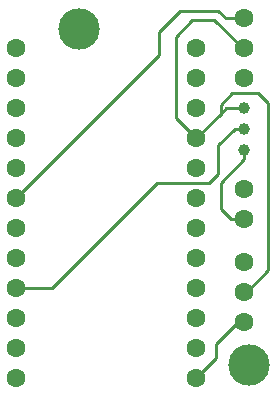
<source format=gbr>
G04 #@! TF.FileFunction,Copper,L1,Top,Signal*
%FSLAX46Y46*%
G04 Gerber Fmt 4.6, Leading zero omitted, Abs format (unit mm)*
G04 Created by KiCad (PCBNEW 4.0.5+dfsg1-4) date Mon Jan 29 19:16:24 2018*
%MOMM*%
%LPD*%
G01*
G04 APERTURE LIST*
%ADD10C,0.100000*%
%ADD11C,1.000000*%
%ADD12C,1.600000*%
%ADD13C,3.500000*%
%ADD14C,0.250000*%
G04 APERTURE END LIST*
D10*
D11*
X160200000Y-99000000D03*
X160200000Y-100778000D03*
X160200000Y-97222000D03*
D12*
X140881100Y-120116600D03*
X140881100Y-117576600D03*
X156121100Y-120116600D03*
X140881100Y-115036600D03*
X140881100Y-112496600D03*
X140881100Y-109956600D03*
X140881100Y-107416600D03*
X140881100Y-104876600D03*
X140881100Y-102336600D03*
X140881100Y-99796600D03*
X140881100Y-97256600D03*
X140881100Y-94716600D03*
X140881100Y-92176600D03*
X156121100Y-117576600D03*
X156121100Y-115036600D03*
X156121100Y-112496600D03*
X156121100Y-109956600D03*
X156121100Y-107416600D03*
X156121100Y-104876600D03*
X156121100Y-102336600D03*
X156121100Y-99796600D03*
X156121100Y-97256600D03*
X156121100Y-94716600D03*
X156121100Y-92176600D03*
X160200000Y-106670000D03*
X160200000Y-104130000D03*
X160200000Y-112800000D03*
X160200000Y-110260000D03*
X160200000Y-115340000D03*
D13*
X160600000Y-119000000D03*
D12*
X160200000Y-92200000D03*
X160200000Y-94740000D03*
X160200000Y-89660000D03*
D13*
X146200000Y-90600000D03*
D14*
X160200000Y-99000000D02*
X159400000Y-99000000D01*
X143903400Y-112496600D02*
X140881100Y-112496600D01*
X152800000Y-103600000D02*
X143903400Y-112496600D01*
X157200000Y-103600000D02*
X152800000Y-103600000D01*
X158000000Y-102800000D02*
X157200000Y-103600000D01*
X158000000Y-100400000D02*
X158000000Y-102800000D01*
X159400000Y-99000000D02*
X158000000Y-100400000D01*
X160200000Y-106670000D02*
X159070000Y-106670000D01*
X160200000Y-101600000D02*
X160200000Y-100778000D01*
X158200000Y-103600000D02*
X160200000Y-101600000D01*
X158200000Y-105800000D02*
X158200000Y-103600000D01*
X159070000Y-106670000D02*
X158200000Y-105800000D01*
X160200000Y-97222000D02*
X158695700Y-97222000D01*
X158695700Y-97222000D02*
X158200000Y-97717700D01*
X160200000Y-112800000D02*
X160400000Y-112800000D01*
X160400000Y-112800000D02*
X162200000Y-111000000D01*
X162200000Y-111000000D02*
X162200000Y-96800000D01*
X162200000Y-96800000D02*
X161400000Y-96000000D01*
X161400000Y-96000000D02*
X159200000Y-96000000D01*
X159200000Y-96000000D02*
X158200000Y-97000000D01*
X158200000Y-97000000D02*
X158200000Y-97717700D01*
X158200000Y-97717700D02*
X156121100Y-99796600D01*
X160200000Y-92200000D02*
X160066598Y-92200000D01*
X160066598Y-92200000D02*
X157666598Y-89800000D01*
X157666598Y-89800000D02*
X155800000Y-89800000D01*
X155800000Y-89800000D02*
X154400000Y-91200000D01*
X154400000Y-91200000D02*
X154400000Y-98075500D01*
X154400000Y-98075500D02*
X156121100Y-99796600D01*
X156121100Y-99796600D02*
X156196600Y-99796600D01*
X160200000Y-115340000D02*
X159660000Y-115340000D01*
X159660000Y-115340000D02*
X157800000Y-117200000D01*
X157800000Y-117200000D02*
X157800000Y-118437700D01*
X157800000Y-118437700D02*
X156121100Y-120116600D01*
X156144500Y-120140000D02*
X156121100Y-120116600D01*
X160200000Y-89660000D02*
X158660000Y-89660000D01*
X153000000Y-92757700D02*
X140881100Y-104876600D01*
X153000000Y-90800000D02*
X153000000Y-92757700D01*
X154800000Y-89000000D02*
X153000000Y-90800000D01*
X158000000Y-89000000D02*
X154800000Y-89000000D01*
X158660000Y-89660000D02*
X158000000Y-89000000D01*
M02*

</source>
